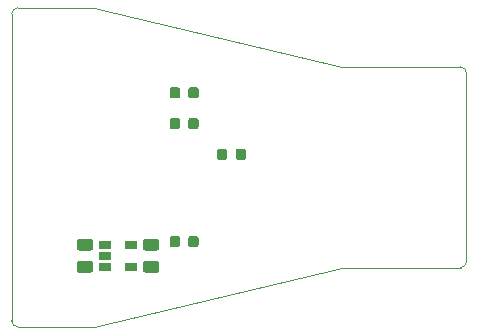
<source format=gbp>
G04 #@! TF.GenerationSoftware,KiCad,Pcbnew,5.0.1*
G04 #@! TF.CreationDate,2019-11-02T01:16:45+01:00*
G04 #@! TF.ProjectId,JlinkBreakout,4A6C696E6B427265616B6F75742E6B69,rev?*
G04 #@! TF.SameCoordinates,Original*
G04 #@! TF.FileFunction,Paste,Bot*
G04 #@! TF.FilePolarity,Positive*
%FSLAX46Y46*%
G04 Gerber Fmt 4.6, Leading zero omitted, Abs format (unit mm)*
G04 Created by KiCad (PCBNEW 5.0.1) date Sat 02 Nov 2019 01:16:45 AM CET*
%MOMM*%
%LPD*%
G01*
G04 APERTURE LIST*
%ADD10C,0.050000*%
%ADD11C,0.100000*%
%ADD12C,0.975000*%
%ADD13R,1.060000X0.650000*%
%ADD14C,0.875000*%
G04 APERTURE END LIST*
D10*
X58500000Y-60000000D02*
G75*
G02X58000000Y-59500000I0J500000D01*
G01*
X58000000Y-33500000D02*
G75*
G02X58500000Y-33000000I500000J0D01*
G01*
X96000000Y-38000000D02*
G75*
G02X96500000Y-38500000I0J-500000D01*
G01*
X96500000Y-54500000D02*
G75*
G02X96000000Y-55000000I-500000J0D01*
G01*
X86000000Y-38000000D02*
X65000000Y-33000000D01*
X96000000Y-38000000D02*
X86000000Y-38000000D01*
X96500000Y-54500000D02*
X96500000Y-38500000D01*
X86000000Y-55000000D02*
X96000000Y-55000000D01*
X65000000Y-60000000D02*
X86000000Y-55000000D01*
X65000000Y-33000000D02*
X58500000Y-33000000D01*
X58500000Y-60000000D02*
X65000000Y-60000000D01*
X58000000Y-33500000D02*
X58000000Y-59500000D01*
D11*
G04 #@! TO.C,C2*
G36*
X70280142Y-52576174D02*
X70303803Y-52579684D01*
X70327007Y-52585496D01*
X70349529Y-52593554D01*
X70371153Y-52603782D01*
X70391670Y-52616079D01*
X70410883Y-52630329D01*
X70428607Y-52646393D01*
X70444671Y-52664117D01*
X70458921Y-52683330D01*
X70471218Y-52703847D01*
X70481446Y-52725471D01*
X70489504Y-52747993D01*
X70495316Y-52771197D01*
X70498826Y-52794858D01*
X70500000Y-52818750D01*
X70500000Y-53306250D01*
X70498826Y-53330142D01*
X70495316Y-53353803D01*
X70489504Y-53377007D01*
X70481446Y-53399529D01*
X70471218Y-53421153D01*
X70458921Y-53441670D01*
X70444671Y-53460883D01*
X70428607Y-53478607D01*
X70410883Y-53494671D01*
X70391670Y-53508921D01*
X70371153Y-53521218D01*
X70349529Y-53531446D01*
X70327007Y-53539504D01*
X70303803Y-53545316D01*
X70280142Y-53548826D01*
X70256250Y-53550000D01*
X69343750Y-53550000D01*
X69319858Y-53548826D01*
X69296197Y-53545316D01*
X69272993Y-53539504D01*
X69250471Y-53531446D01*
X69228847Y-53521218D01*
X69208330Y-53508921D01*
X69189117Y-53494671D01*
X69171393Y-53478607D01*
X69155329Y-53460883D01*
X69141079Y-53441670D01*
X69128782Y-53421153D01*
X69118554Y-53399529D01*
X69110496Y-53377007D01*
X69104684Y-53353803D01*
X69101174Y-53330142D01*
X69100000Y-53306250D01*
X69100000Y-52818750D01*
X69101174Y-52794858D01*
X69104684Y-52771197D01*
X69110496Y-52747993D01*
X69118554Y-52725471D01*
X69128782Y-52703847D01*
X69141079Y-52683330D01*
X69155329Y-52664117D01*
X69171393Y-52646393D01*
X69189117Y-52630329D01*
X69208330Y-52616079D01*
X69228847Y-52603782D01*
X69250471Y-52593554D01*
X69272993Y-52585496D01*
X69296197Y-52579684D01*
X69319858Y-52576174D01*
X69343750Y-52575000D01*
X70256250Y-52575000D01*
X70280142Y-52576174D01*
X70280142Y-52576174D01*
G37*
D12*
X69800000Y-53062500D03*
D11*
G36*
X70280142Y-54451174D02*
X70303803Y-54454684D01*
X70327007Y-54460496D01*
X70349529Y-54468554D01*
X70371153Y-54478782D01*
X70391670Y-54491079D01*
X70410883Y-54505329D01*
X70428607Y-54521393D01*
X70444671Y-54539117D01*
X70458921Y-54558330D01*
X70471218Y-54578847D01*
X70481446Y-54600471D01*
X70489504Y-54622993D01*
X70495316Y-54646197D01*
X70498826Y-54669858D01*
X70500000Y-54693750D01*
X70500000Y-55181250D01*
X70498826Y-55205142D01*
X70495316Y-55228803D01*
X70489504Y-55252007D01*
X70481446Y-55274529D01*
X70471218Y-55296153D01*
X70458921Y-55316670D01*
X70444671Y-55335883D01*
X70428607Y-55353607D01*
X70410883Y-55369671D01*
X70391670Y-55383921D01*
X70371153Y-55396218D01*
X70349529Y-55406446D01*
X70327007Y-55414504D01*
X70303803Y-55420316D01*
X70280142Y-55423826D01*
X70256250Y-55425000D01*
X69343750Y-55425000D01*
X69319858Y-55423826D01*
X69296197Y-55420316D01*
X69272993Y-55414504D01*
X69250471Y-55406446D01*
X69228847Y-55396218D01*
X69208330Y-55383921D01*
X69189117Y-55369671D01*
X69171393Y-55353607D01*
X69155329Y-55335883D01*
X69141079Y-55316670D01*
X69128782Y-55296153D01*
X69118554Y-55274529D01*
X69110496Y-55252007D01*
X69104684Y-55228803D01*
X69101174Y-55205142D01*
X69100000Y-55181250D01*
X69100000Y-54693750D01*
X69101174Y-54669858D01*
X69104684Y-54646197D01*
X69110496Y-54622993D01*
X69118554Y-54600471D01*
X69128782Y-54578847D01*
X69141079Y-54558330D01*
X69155329Y-54539117D01*
X69171393Y-54521393D01*
X69189117Y-54505329D01*
X69208330Y-54491079D01*
X69228847Y-54478782D01*
X69250471Y-54468554D01*
X69272993Y-54460496D01*
X69296197Y-54454684D01*
X69319858Y-54451174D01*
X69343750Y-54450000D01*
X70256250Y-54450000D01*
X70280142Y-54451174D01*
X70280142Y-54451174D01*
G37*
D12*
X69800000Y-54937500D03*
G04 #@! TD*
D11*
G04 #@! TO.C,C1*
G36*
X64680142Y-54451174D02*
X64703803Y-54454684D01*
X64727007Y-54460496D01*
X64749529Y-54468554D01*
X64771153Y-54478782D01*
X64791670Y-54491079D01*
X64810883Y-54505329D01*
X64828607Y-54521393D01*
X64844671Y-54539117D01*
X64858921Y-54558330D01*
X64871218Y-54578847D01*
X64881446Y-54600471D01*
X64889504Y-54622993D01*
X64895316Y-54646197D01*
X64898826Y-54669858D01*
X64900000Y-54693750D01*
X64900000Y-55181250D01*
X64898826Y-55205142D01*
X64895316Y-55228803D01*
X64889504Y-55252007D01*
X64881446Y-55274529D01*
X64871218Y-55296153D01*
X64858921Y-55316670D01*
X64844671Y-55335883D01*
X64828607Y-55353607D01*
X64810883Y-55369671D01*
X64791670Y-55383921D01*
X64771153Y-55396218D01*
X64749529Y-55406446D01*
X64727007Y-55414504D01*
X64703803Y-55420316D01*
X64680142Y-55423826D01*
X64656250Y-55425000D01*
X63743750Y-55425000D01*
X63719858Y-55423826D01*
X63696197Y-55420316D01*
X63672993Y-55414504D01*
X63650471Y-55406446D01*
X63628847Y-55396218D01*
X63608330Y-55383921D01*
X63589117Y-55369671D01*
X63571393Y-55353607D01*
X63555329Y-55335883D01*
X63541079Y-55316670D01*
X63528782Y-55296153D01*
X63518554Y-55274529D01*
X63510496Y-55252007D01*
X63504684Y-55228803D01*
X63501174Y-55205142D01*
X63500000Y-55181250D01*
X63500000Y-54693750D01*
X63501174Y-54669858D01*
X63504684Y-54646197D01*
X63510496Y-54622993D01*
X63518554Y-54600471D01*
X63528782Y-54578847D01*
X63541079Y-54558330D01*
X63555329Y-54539117D01*
X63571393Y-54521393D01*
X63589117Y-54505329D01*
X63608330Y-54491079D01*
X63628847Y-54478782D01*
X63650471Y-54468554D01*
X63672993Y-54460496D01*
X63696197Y-54454684D01*
X63719858Y-54451174D01*
X63743750Y-54450000D01*
X64656250Y-54450000D01*
X64680142Y-54451174D01*
X64680142Y-54451174D01*
G37*
D12*
X64200000Y-54937500D03*
D11*
G36*
X64680142Y-52576174D02*
X64703803Y-52579684D01*
X64727007Y-52585496D01*
X64749529Y-52593554D01*
X64771153Y-52603782D01*
X64791670Y-52616079D01*
X64810883Y-52630329D01*
X64828607Y-52646393D01*
X64844671Y-52664117D01*
X64858921Y-52683330D01*
X64871218Y-52703847D01*
X64881446Y-52725471D01*
X64889504Y-52747993D01*
X64895316Y-52771197D01*
X64898826Y-52794858D01*
X64900000Y-52818750D01*
X64900000Y-53306250D01*
X64898826Y-53330142D01*
X64895316Y-53353803D01*
X64889504Y-53377007D01*
X64881446Y-53399529D01*
X64871218Y-53421153D01*
X64858921Y-53441670D01*
X64844671Y-53460883D01*
X64828607Y-53478607D01*
X64810883Y-53494671D01*
X64791670Y-53508921D01*
X64771153Y-53521218D01*
X64749529Y-53531446D01*
X64727007Y-53539504D01*
X64703803Y-53545316D01*
X64680142Y-53548826D01*
X64656250Y-53550000D01*
X63743750Y-53550000D01*
X63719858Y-53548826D01*
X63696197Y-53545316D01*
X63672993Y-53539504D01*
X63650471Y-53531446D01*
X63628847Y-53521218D01*
X63608330Y-53508921D01*
X63589117Y-53494671D01*
X63571393Y-53478607D01*
X63555329Y-53460883D01*
X63541079Y-53441670D01*
X63528782Y-53421153D01*
X63518554Y-53399529D01*
X63510496Y-53377007D01*
X63504684Y-53353803D01*
X63501174Y-53330142D01*
X63500000Y-53306250D01*
X63500000Y-52818750D01*
X63501174Y-52794858D01*
X63504684Y-52771197D01*
X63510496Y-52747993D01*
X63518554Y-52725471D01*
X63528782Y-52703847D01*
X63541079Y-52683330D01*
X63555329Y-52664117D01*
X63571393Y-52646393D01*
X63589117Y-52630329D01*
X63608330Y-52616079D01*
X63628847Y-52603782D01*
X63650471Y-52593554D01*
X63672993Y-52585496D01*
X63696197Y-52579684D01*
X63719858Y-52576174D01*
X63743750Y-52575000D01*
X64656250Y-52575000D01*
X64680142Y-52576174D01*
X64680142Y-52576174D01*
G37*
D12*
X64200000Y-53062500D03*
G04 #@! TD*
D13*
G04 #@! TO.C,U1*
X65900000Y-54950000D03*
X65900000Y-54000000D03*
X65900000Y-53050000D03*
X68100000Y-53050000D03*
X68100000Y-54950000D03*
G04 #@! TD*
D11*
G04 #@! TO.C,R4*
G36*
X73627691Y-39726053D02*
X73648926Y-39729203D01*
X73669750Y-39734419D01*
X73689962Y-39741651D01*
X73709368Y-39750830D01*
X73727781Y-39761866D01*
X73745024Y-39774654D01*
X73760930Y-39789070D01*
X73775346Y-39804976D01*
X73788134Y-39822219D01*
X73799170Y-39840632D01*
X73808349Y-39860038D01*
X73815581Y-39880250D01*
X73820797Y-39901074D01*
X73823947Y-39922309D01*
X73825000Y-39943750D01*
X73825000Y-40456250D01*
X73823947Y-40477691D01*
X73820797Y-40498926D01*
X73815581Y-40519750D01*
X73808349Y-40539962D01*
X73799170Y-40559368D01*
X73788134Y-40577781D01*
X73775346Y-40595024D01*
X73760930Y-40610930D01*
X73745024Y-40625346D01*
X73727781Y-40638134D01*
X73709368Y-40649170D01*
X73689962Y-40658349D01*
X73669750Y-40665581D01*
X73648926Y-40670797D01*
X73627691Y-40673947D01*
X73606250Y-40675000D01*
X73168750Y-40675000D01*
X73147309Y-40673947D01*
X73126074Y-40670797D01*
X73105250Y-40665581D01*
X73085038Y-40658349D01*
X73065632Y-40649170D01*
X73047219Y-40638134D01*
X73029976Y-40625346D01*
X73014070Y-40610930D01*
X72999654Y-40595024D01*
X72986866Y-40577781D01*
X72975830Y-40559368D01*
X72966651Y-40539962D01*
X72959419Y-40519750D01*
X72954203Y-40498926D01*
X72951053Y-40477691D01*
X72950000Y-40456250D01*
X72950000Y-39943750D01*
X72951053Y-39922309D01*
X72954203Y-39901074D01*
X72959419Y-39880250D01*
X72966651Y-39860038D01*
X72975830Y-39840632D01*
X72986866Y-39822219D01*
X72999654Y-39804976D01*
X73014070Y-39789070D01*
X73029976Y-39774654D01*
X73047219Y-39761866D01*
X73065632Y-39750830D01*
X73085038Y-39741651D01*
X73105250Y-39734419D01*
X73126074Y-39729203D01*
X73147309Y-39726053D01*
X73168750Y-39725000D01*
X73606250Y-39725000D01*
X73627691Y-39726053D01*
X73627691Y-39726053D01*
G37*
D14*
X73387500Y-40200000D03*
D11*
G36*
X72052691Y-39726053D02*
X72073926Y-39729203D01*
X72094750Y-39734419D01*
X72114962Y-39741651D01*
X72134368Y-39750830D01*
X72152781Y-39761866D01*
X72170024Y-39774654D01*
X72185930Y-39789070D01*
X72200346Y-39804976D01*
X72213134Y-39822219D01*
X72224170Y-39840632D01*
X72233349Y-39860038D01*
X72240581Y-39880250D01*
X72245797Y-39901074D01*
X72248947Y-39922309D01*
X72250000Y-39943750D01*
X72250000Y-40456250D01*
X72248947Y-40477691D01*
X72245797Y-40498926D01*
X72240581Y-40519750D01*
X72233349Y-40539962D01*
X72224170Y-40559368D01*
X72213134Y-40577781D01*
X72200346Y-40595024D01*
X72185930Y-40610930D01*
X72170024Y-40625346D01*
X72152781Y-40638134D01*
X72134368Y-40649170D01*
X72114962Y-40658349D01*
X72094750Y-40665581D01*
X72073926Y-40670797D01*
X72052691Y-40673947D01*
X72031250Y-40675000D01*
X71593750Y-40675000D01*
X71572309Y-40673947D01*
X71551074Y-40670797D01*
X71530250Y-40665581D01*
X71510038Y-40658349D01*
X71490632Y-40649170D01*
X71472219Y-40638134D01*
X71454976Y-40625346D01*
X71439070Y-40610930D01*
X71424654Y-40595024D01*
X71411866Y-40577781D01*
X71400830Y-40559368D01*
X71391651Y-40539962D01*
X71384419Y-40519750D01*
X71379203Y-40498926D01*
X71376053Y-40477691D01*
X71375000Y-40456250D01*
X71375000Y-39943750D01*
X71376053Y-39922309D01*
X71379203Y-39901074D01*
X71384419Y-39880250D01*
X71391651Y-39860038D01*
X71400830Y-39840632D01*
X71411866Y-39822219D01*
X71424654Y-39804976D01*
X71439070Y-39789070D01*
X71454976Y-39774654D01*
X71472219Y-39761866D01*
X71490632Y-39750830D01*
X71510038Y-39741651D01*
X71530250Y-39734419D01*
X71551074Y-39729203D01*
X71572309Y-39726053D01*
X71593750Y-39725000D01*
X72031250Y-39725000D01*
X72052691Y-39726053D01*
X72052691Y-39726053D01*
G37*
D14*
X71812500Y-40200000D03*
G04 #@! TD*
D11*
G04 #@! TO.C,R3*
G36*
X72052691Y-42326053D02*
X72073926Y-42329203D01*
X72094750Y-42334419D01*
X72114962Y-42341651D01*
X72134368Y-42350830D01*
X72152781Y-42361866D01*
X72170024Y-42374654D01*
X72185930Y-42389070D01*
X72200346Y-42404976D01*
X72213134Y-42422219D01*
X72224170Y-42440632D01*
X72233349Y-42460038D01*
X72240581Y-42480250D01*
X72245797Y-42501074D01*
X72248947Y-42522309D01*
X72250000Y-42543750D01*
X72250000Y-43056250D01*
X72248947Y-43077691D01*
X72245797Y-43098926D01*
X72240581Y-43119750D01*
X72233349Y-43139962D01*
X72224170Y-43159368D01*
X72213134Y-43177781D01*
X72200346Y-43195024D01*
X72185930Y-43210930D01*
X72170024Y-43225346D01*
X72152781Y-43238134D01*
X72134368Y-43249170D01*
X72114962Y-43258349D01*
X72094750Y-43265581D01*
X72073926Y-43270797D01*
X72052691Y-43273947D01*
X72031250Y-43275000D01*
X71593750Y-43275000D01*
X71572309Y-43273947D01*
X71551074Y-43270797D01*
X71530250Y-43265581D01*
X71510038Y-43258349D01*
X71490632Y-43249170D01*
X71472219Y-43238134D01*
X71454976Y-43225346D01*
X71439070Y-43210930D01*
X71424654Y-43195024D01*
X71411866Y-43177781D01*
X71400830Y-43159368D01*
X71391651Y-43139962D01*
X71384419Y-43119750D01*
X71379203Y-43098926D01*
X71376053Y-43077691D01*
X71375000Y-43056250D01*
X71375000Y-42543750D01*
X71376053Y-42522309D01*
X71379203Y-42501074D01*
X71384419Y-42480250D01*
X71391651Y-42460038D01*
X71400830Y-42440632D01*
X71411866Y-42422219D01*
X71424654Y-42404976D01*
X71439070Y-42389070D01*
X71454976Y-42374654D01*
X71472219Y-42361866D01*
X71490632Y-42350830D01*
X71510038Y-42341651D01*
X71530250Y-42334419D01*
X71551074Y-42329203D01*
X71572309Y-42326053D01*
X71593750Y-42325000D01*
X72031250Y-42325000D01*
X72052691Y-42326053D01*
X72052691Y-42326053D01*
G37*
D14*
X71812500Y-42800000D03*
D11*
G36*
X73627691Y-42326053D02*
X73648926Y-42329203D01*
X73669750Y-42334419D01*
X73689962Y-42341651D01*
X73709368Y-42350830D01*
X73727781Y-42361866D01*
X73745024Y-42374654D01*
X73760930Y-42389070D01*
X73775346Y-42404976D01*
X73788134Y-42422219D01*
X73799170Y-42440632D01*
X73808349Y-42460038D01*
X73815581Y-42480250D01*
X73820797Y-42501074D01*
X73823947Y-42522309D01*
X73825000Y-42543750D01*
X73825000Y-43056250D01*
X73823947Y-43077691D01*
X73820797Y-43098926D01*
X73815581Y-43119750D01*
X73808349Y-43139962D01*
X73799170Y-43159368D01*
X73788134Y-43177781D01*
X73775346Y-43195024D01*
X73760930Y-43210930D01*
X73745024Y-43225346D01*
X73727781Y-43238134D01*
X73709368Y-43249170D01*
X73689962Y-43258349D01*
X73669750Y-43265581D01*
X73648926Y-43270797D01*
X73627691Y-43273947D01*
X73606250Y-43275000D01*
X73168750Y-43275000D01*
X73147309Y-43273947D01*
X73126074Y-43270797D01*
X73105250Y-43265581D01*
X73085038Y-43258349D01*
X73065632Y-43249170D01*
X73047219Y-43238134D01*
X73029976Y-43225346D01*
X73014070Y-43210930D01*
X72999654Y-43195024D01*
X72986866Y-43177781D01*
X72975830Y-43159368D01*
X72966651Y-43139962D01*
X72959419Y-43119750D01*
X72954203Y-43098926D01*
X72951053Y-43077691D01*
X72950000Y-43056250D01*
X72950000Y-42543750D01*
X72951053Y-42522309D01*
X72954203Y-42501074D01*
X72959419Y-42480250D01*
X72966651Y-42460038D01*
X72975830Y-42440632D01*
X72986866Y-42422219D01*
X72999654Y-42404976D01*
X73014070Y-42389070D01*
X73029976Y-42374654D01*
X73047219Y-42361866D01*
X73065632Y-42350830D01*
X73085038Y-42341651D01*
X73105250Y-42334419D01*
X73126074Y-42329203D01*
X73147309Y-42326053D01*
X73168750Y-42325000D01*
X73606250Y-42325000D01*
X73627691Y-42326053D01*
X73627691Y-42326053D01*
G37*
D14*
X73387500Y-42800000D03*
G04 #@! TD*
D11*
G04 #@! TO.C,R2*
G36*
X73627691Y-52326053D02*
X73648926Y-52329203D01*
X73669750Y-52334419D01*
X73689962Y-52341651D01*
X73709368Y-52350830D01*
X73727781Y-52361866D01*
X73745024Y-52374654D01*
X73760930Y-52389070D01*
X73775346Y-52404976D01*
X73788134Y-52422219D01*
X73799170Y-52440632D01*
X73808349Y-52460038D01*
X73815581Y-52480250D01*
X73820797Y-52501074D01*
X73823947Y-52522309D01*
X73825000Y-52543750D01*
X73825000Y-53056250D01*
X73823947Y-53077691D01*
X73820797Y-53098926D01*
X73815581Y-53119750D01*
X73808349Y-53139962D01*
X73799170Y-53159368D01*
X73788134Y-53177781D01*
X73775346Y-53195024D01*
X73760930Y-53210930D01*
X73745024Y-53225346D01*
X73727781Y-53238134D01*
X73709368Y-53249170D01*
X73689962Y-53258349D01*
X73669750Y-53265581D01*
X73648926Y-53270797D01*
X73627691Y-53273947D01*
X73606250Y-53275000D01*
X73168750Y-53275000D01*
X73147309Y-53273947D01*
X73126074Y-53270797D01*
X73105250Y-53265581D01*
X73085038Y-53258349D01*
X73065632Y-53249170D01*
X73047219Y-53238134D01*
X73029976Y-53225346D01*
X73014070Y-53210930D01*
X72999654Y-53195024D01*
X72986866Y-53177781D01*
X72975830Y-53159368D01*
X72966651Y-53139962D01*
X72959419Y-53119750D01*
X72954203Y-53098926D01*
X72951053Y-53077691D01*
X72950000Y-53056250D01*
X72950000Y-52543750D01*
X72951053Y-52522309D01*
X72954203Y-52501074D01*
X72959419Y-52480250D01*
X72966651Y-52460038D01*
X72975830Y-52440632D01*
X72986866Y-52422219D01*
X72999654Y-52404976D01*
X73014070Y-52389070D01*
X73029976Y-52374654D01*
X73047219Y-52361866D01*
X73065632Y-52350830D01*
X73085038Y-52341651D01*
X73105250Y-52334419D01*
X73126074Y-52329203D01*
X73147309Y-52326053D01*
X73168750Y-52325000D01*
X73606250Y-52325000D01*
X73627691Y-52326053D01*
X73627691Y-52326053D01*
G37*
D14*
X73387500Y-52800000D03*
D11*
G36*
X72052691Y-52326053D02*
X72073926Y-52329203D01*
X72094750Y-52334419D01*
X72114962Y-52341651D01*
X72134368Y-52350830D01*
X72152781Y-52361866D01*
X72170024Y-52374654D01*
X72185930Y-52389070D01*
X72200346Y-52404976D01*
X72213134Y-52422219D01*
X72224170Y-52440632D01*
X72233349Y-52460038D01*
X72240581Y-52480250D01*
X72245797Y-52501074D01*
X72248947Y-52522309D01*
X72250000Y-52543750D01*
X72250000Y-53056250D01*
X72248947Y-53077691D01*
X72245797Y-53098926D01*
X72240581Y-53119750D01*
X72233349Y-53139962D01*
X72224170Y-53159368D01*
X72213134Y-53177781D01*
X72200346Y-53195024D01*
X72185930Y-53210930D01*
X72170024Y-53225346D01*
X72152781Y-53238134D01*
X72134368Y-53249170D01*
X72114962Y-53258349D01*
X72094750Y-53265581D01*
X72073926Y-53270797D01*
X72052691Y-53273947D01*
X72031250Y-53275000D01*
X71593750Y-53275000D01*
X71572309Y-53273947D01*
X71551074Y-53270797D01*
X71530250Y-53265581D01*
X71510038Y-53258349D01*
X71490632Y-53249170D01*
X71472219Y-53238134D01*
X71454976Y-53225346D01*
X71439070Y-53210930D01*
X71424654Y-53195024D01*
X71411866Y-53177781D01*
X71400830Y-53159368D01*
X71391651Y-53139962D01*
X71384419Y-53119750D01*
X71379203Y-53098926D01*
X71376053Y-53077691D01*
X71375000Y-53056250D01*
X71375000Y-52543750D01*
X71376053Y-52522309D01*
X71379203Y-52501074D01*
X71384419Y-52480250D01*
X71391651Y-52460038D01*
X71400830Y-52440632D01*
X71411866Y-52422219D01*
X71424654Y-52404976D01*
X71439070Y-52389070D01*
X71454976Y-52374654D01*
X71472219Y-52361866D01*
X71490632Y-52350830D01*
X71510038Y-52341651D01*
X71530250Y-52334419D01*
X71551074Y-52329203D01*
X71572309Y-52326053D01*
X71593750Y-52325000D01*
X72031250Y-52325000D01*
X72052691Y-52326053D01*
X72052691Y-52326053D01*
G37*
D14*
X71812500Y-52800000D03*
G04 #@! TD*
D11*
G04 #@! TO.C,R1*
G36*
X77627691Y-44926053D02*
X77648926Y-44929203D01*
X77669750Y-44934419D01*
X77689962Y-44941651D01*
X77709368Y-44950830D01*
X77727781Y-44961866D01*
X77745024Y-44974654D01*
X77760930Y-44989070D01*
X77775346Y-45004976D01*
X77788134Y-45022219D01*
X77799170Y-45040632D01*
X77808349Y-45060038D01*
X77815581Y-45080250D01*
X77820797Y-45101074D01*
X77823947Y-45122309D01*
X77825000Y-45143750D01*
X77825000Y-45656250D01*
X77823947Y-45677691D01*
X77820797Y-45698926D01*
X77815581Y-45719750D01*
X77808349Y-45739962D01*
X77799170Y-45759368D01*
X77788134Y-45777781D01*
X77775346Y-45795024D01*
X77760930Y-45810930D01*
X77745024Y-45825346D01*
X77727781Y-45838134D01*
X77709368Y-45849170D01*
X77689962Y-45858349D01*
X77669750Y-45865581D01*
X77648926Y-45870797D01*
X77627691Y-45873947D01*
X77606250Y-45875000D01*
X77168750Y-45875000D01*
X77147309Y-45873947D01*
X77126074Y-45870797D01*
X77105250Y-45865581D01*
X77085038Y-45858349D01*
X77065632Y-45849170D01*
X77047219Y-45838134D01*
X77029976Y-45825346D01*
X77014070Y-45810930D01*
X76999654Y-45795024D01*
X76986866Y-45777781D01*
X76975830Y-45759368D01*
X76966651Y-45739962D01*
X76959419Y-45719750D01*
X76954203Y-45698926D01*
X76951053Y-45677691D01*
X76950000Y-45656250D01*
X76950000Y-45143750D01*
X76951053Y-45122309D01*
X76954203Y-45101074D01*
X76959419Y-45080250D01*
X76966651Y-45060038D01*
X76975830Y-45040632D01*
X76986866Y-45022219D01*
X76999654Y-45004976D01*
X77014070Y-44989070D01*
X77029976Y-44974654D01*
X77047219Y-44961866D01*
X77065632Y-44950830D01*
X77085038Y-44941651D01*
X77105250Y-44934419D01*
X77126074Y-44929203D01*
X77147309Y-44926053D01*
X77168750Y-44925000D01*
X77606250Y-44925000D01*
X77627691Y-44926053D01*
X77627691Y-44926053D01*
G37*
D14*
X77387500Y-45400000D03*
D11*
G36*
X76052691Y-44926053D02*
X76073926Y-44929203D01*
X76094750Y-44934419D01*
X76114962Y-44941651D01*
X76134368Y-44950830D01*
X76152781Y-44961866D01*
X76170024Y-44974654D01*
X76185930Y-44989070D01*
X76200346Y-45004976D01*
X76213134Y-45022219D01*
X76224170Y-45040632D01*
X76233349Y-45060038D01*
X76240581Y-45080250D01*
X76245797Y-45101074D01*
X76248947Y-45122309D01*
X76250000Y-45143750D01*
X76250000Y-45656250D01*
X76248947Y-45677691D01*
X76245797Y-45698926D01*
X76240581Y-45719750D01*
X76233349Y-45739962D01*
X76224170Y-45759368D01*
X76213134Y-45777781D01*
X76200346Y-45795024D01*
X76185930Y-45810930D01*
X76170024Y-45825346D01*
X76152781Y-45838134D01*
X76134368Y-45849170D01*
X76114962Y-45858349D01*
X76094750Y-45865581D01*
X76073926Y-45870797D01*
X76052691Y-45873947D01*
X76031250Y-45875000D01*
X75593750Y-45875000D01*
X75572309Y-45873947D01*
X75551074Y-45870797D01*
X75530250Y-45865581D01*
X75510038Y-45858349D01*
X75490632Y-45849170D01*
X75472219Y-45838134D01*
X75454976Y-45825346D01*
X75439070Y-45810930D01*
X75424654Y-45795024D01*
X75411866Y-45777781D01*
X75400830Y-45759368D01*
X75391651Y-45739962D01*
X75384419Y-45719750D01*
X75379203Y-45698926D01*
X75376053Y-45677691D01*
X75375000Y-45656250D01*
X75375000Y-45143750D01*
X75376053Y-45122309D01*
X75379203Y-45101074D01*
X75384419Y-45080250D01*
X75391651Y-45060038D01*
X75400830Y-45040632D01*
X75411866Y-45022219D01*
X75424654Y-45004976D01*
X75439070Y-44989070D01*
X75454976Y-44974654D01*
X75472219Y-44961866D01*
X75490632Y-44950830D01*
X75510038Y-44941651D01*
X75530250Y-44934419D01*
X75551074Y-44929203D01*
X75572309Y-44926053D01*
X75593750Y-44925000D01*
X76031250Y-44925000D01*
X76052691Y-44926053D01*
X76052691Y-44926053D01*
G37*
D14*
X75812500Y-45400000D03*
G04 #@! TD*
M02*

</source>
